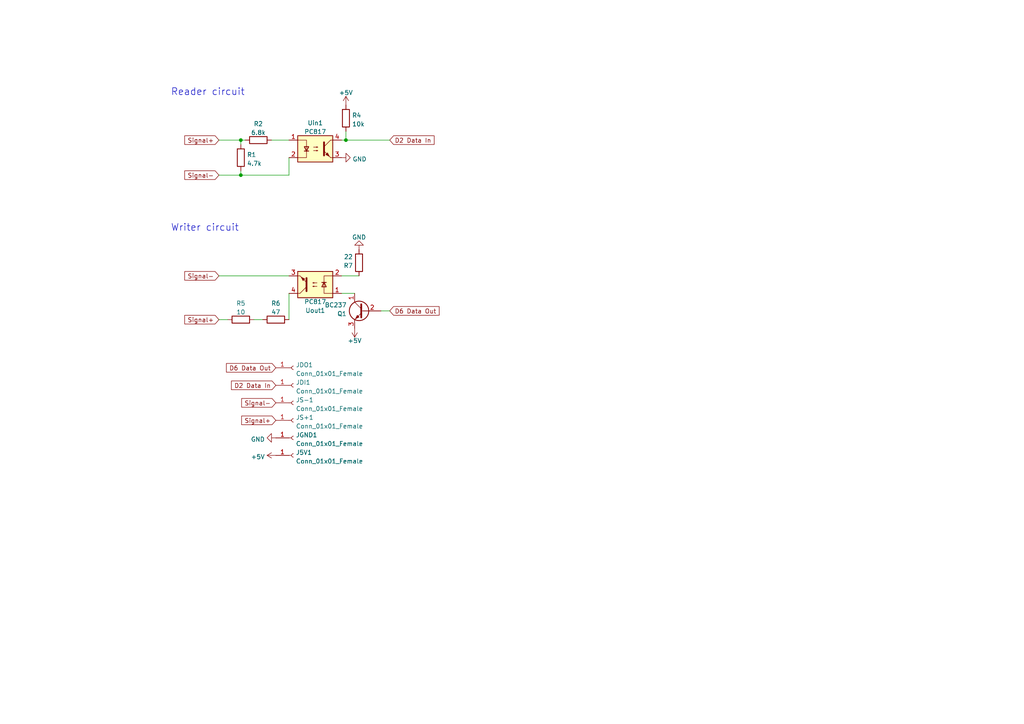
<source format=kicad_sch>
(kicad_sch (version 20230121) (generator eeschema)
  (paper "A4")
  (lib_symbols
    (symbol "Connector:Conn_01x01_Female" (pin_names (offset 1.016) hide)
      (property "Reference" "J" (at 0 2.54 0))
      (property "Value" "Conn_01x01_Female" (at 0 -2.54 0))
      (symbol "Conn_01x01_Female_1_1"
        (polyline (pts (xy -1.27 0) (xy -0.508 0)) (stroke (width 0.1524)))
        (arc (start 0 0.508) (mid -0.5058 0) (end 0 -0.508) (stroke (width 0.1524)))
        (pin passive line (at -5.08 0 0) (length 3.81) (name "Pin_1") (number "1"))
      )
    )
    (symbol "Device:R" (pin_numbers hide) (pin_names (offset 0))
      (property "Reference" "R" (at 2.032 0 90))
      (property "Value" "R" (at 0 0 90))
      (symbol "R_0_1"
        (rectangle (start -1.016 -2.54) (end 1.016 2.54) (stroke (width 0.254)))
      )
      (symbol "R_1_1"
        (pin passive line (at 0 3.81 270) (length 1.27) (name "~") (number "1"))
        (pin passive line (at 0 -3.81 90) (length 1.27) (name "~") (number "2"))
      )
    )
    (symbol "Isolator:PC817" (pin_names (offset 1.016))
      (property "Reference" "U" (at -5.08 5.08 0))
      (property "Value" "PC817" (at 0 5.08 0))
      (symbol "PC817_0_1"
        (rectangle (start -5.08 3.81) (end 5.08 -3.81) (stroke (width 0.254)) (fill (type background)))
        (polyline (pts (xy -3.175 -0.635) (xy -1.905 -0.635)) (stroke (width 0.254)))
        (polyline (pts (xy 2.54 0.635) (xy 4.445 2.54)))
        (polyline (pts (xy 4.445 -2.54) (xy 2.54 -0.635)) (fill (type outline)))
        (polyline (pts (xy 4.445 -2.54) (xy 5.08 -2.54)))
        (polyline (pts (xy 4.445 2.54) (xy 5.08 2.54)))
        (polyline (pts (xy -5.08 2.54) (xy -2.54 2.54) (xy -2.54 -0.635)))
        (polyline (pts (xy -2.54 -0.635) (xy -2.54 -2.54) (xy -5.08 -2.54)))
        (polyline (pts (xy 2.54 1.905) (xy 2.54 -1.905) (xy 2.54 -1.905)) (stroke (width 0.508)))
        (polyline (pts (xy -2.54 -0.635) (xy -3.175 0.635) (xy -1.905 0.635) (xy -2.54 -0.635)) (stroke (width 0.254)))
        (polyline (pts (xy -0.508 -0.508) (xy 0.762 -0.508) (xy 0.381 -0.635) (xy 0.381 -0.381) (xy 0.762 -0.508)))
        (polyline (pts (xy -0.508 0.508) (xy 0.762 0.508) (xy 0.381 0.381) (xy 0.381 0.635) (xy 0.762 0.508)))
        (polyline (pts (xy 3.048 -1.651) (xy 3.556 -1.143) (xy 4.064 -2.159) (xy 3.048 -1.651) (xy 3.048 -1.651)) (fill (type outline)))
      )
      (symbol "PC817_1_1"
        (pin passive line (at -7.62 2.54 0) (length 2.54) (name "~") (number "1"))
        (pin passive line (at -7.62 -2.54 0) (length 2.54) (name "~") (number "2"))
        (pin passive line (at 7.62 -2.54 180) (length 2.54) (name "~") (number "3"))
        (pin passive line (at 7.62 2.54 180) (length 2.54) (name "~") (number "4"))
      )
    )
    (symbol "Transistor_BJT:BC237" (pin_names (offset 0) hide)
      (property "Reference" "Q" (at 5.08 1.905 0))
      (property "Value" "BC237" (at 5.08 0 0))
      (symbol "BC237_0_1"
        (polyline (pts (xy 0 0) (xy 0.635 0)))
        (polyline (pts (xy 0.635 0.635) (xy 2.54 2.54)))
        (polyline (pts (xy 0.635 -0.635) (xy 2.54 -2.54) (xy 2.54 -2.54)))
        (polyline (pts (xy 0.635 1.905) (xy 0.635 -1.905) (xy 0.635 -1.905)) (stroke (width 0.508)))
        (polyline (pts (xy 1.27 -1.778) (xy 1.778 -1.27) (xy 2.286 -2.286) (xy 1.27 -1.778) (xy 1.27 -1.778)) (fill (type outline)))
        (circle (center 1.27 0) (radius 2.8194) (stroke (width 0.254)))
      )
      (symbol "BC237_1_1"
        (pin passive line (at 2.54 5.08 270) (length 2.54) (name "C") (number "1"))
        (pin input line (at -5.08 0 0) (length 5.08) (name "B") (number "2"))
        (pin passive line (at 2.54 -5.08 90) (length 2.54) (name "E") (number "3"))
      )
    )
    (symbol "power:+5V" (power) (pin_names (offset 0))
      (property "Value" "+5V" (at 0 3.556 0))
      (symbol "+5V_0_1"
        (polyline (pts (xy -0.762 1.27) (xy 0 2.54)))
        (polyline (pts (xy 0 0) (xy 0 2.54)))
        (polyline (pts (xy 0 2.54) (xy 0.762 1.27)))
      )
      (symbol "+5V_1_1"
        (pin power_in line (at 0 0 90) (length 0) hide (name "+5V") (number "1"))
      )
    )
    (symbol "power:GND" (power) (pin_names (offset 0))
      (property "Value" "GND" (at 0 -3.81 0))
      (symbol "GND_0_1"
        (polyline (pts (xy 0 0) (xy 0 -1.27) (xy 1.27 -1.27) (xy 0 -2.54) (xy -1.27 -1.27) (xy 0 -1.27)))
      )
      (symbol "GND_1_1"
        (pin power_in line (at 0 0 270) (length 0) hide (name "GND") (number "1"))
      )
    )
  )
  (junction (at 69.85 50.8))
  (junction (at 69.85 40.64))
  (junction (at 100.33 40.64))
  (wire (pts (xy 99.06 85.09) (xy 102.87 85.09)))
  (wire (pts (xy 83.82 45.72) (xy 83.82 50.8)))
  (wire (pts (xy 100.33 38.1) (xy 100.33 40.64)))
  (wire (pts (xy 83.82 92.71) (xy 83.82 85.09)))
  (wire (pts (xy 63.5 40.64) (xy 69.85 40.64)))
  (wire (pts (xy 63.5 50.8) (xy 69.85 50.8)))
  (wire (pts (xy 73.66 92.71) (xy 76.2 92.71)))
  (wire (pts (xy 71.12 40.64) (xy 69.85 40.64)))
  (wire (pts (xy 69.85 40.64) (xy 69.85 41.91)))
  (wire (pts (xy 100.33 40.64) (xy 113.03 40.64)))
  (wire (pts (xy 78.74 40.64) (xy 83.82 40.64)))
  (wire (pts (xy 99.06 40.64) (xy 100.33 40.64)))
  (wire (pts (xy 63.5 80.01) (xy 83.82 80.01)))
  (wire (pts (xy 110.49 90.17) (xy 113.03 90.17)))
  (wire (pts (xy 63.5 92.71) (xy 66.04 92.71)))
  (wire (pts (xy 69.85 50.8) (xy 69.85 49.53)))
  (wire (pts (xy 99.06 80.01) (xy 104.14 80.01)))
  (wire (pts (xy 69.85 50.8) (xy 83.82 50.8)))
  (text "Reader circuit" (at 49.53 27.94 0) (effects (font (size 2 2)) (justify left bottom)))
  (text "Writer circuit	" (at 49.53 67.31 0) (effects (font (size 2 2)) (justify left bottom)))
  (global_label "Signal+" (shape input) (at 63.5 40.64 180) (property "Intersheetrefs" "${INTERSHEET_REFS}" (effects hide)))
  (global_label "Signal-" (shape input) (at 63.5 50.8 180) (property "Intersheetrefs" "${INTERSHEET_REFS}" (effects hide)))
  (global_label "D6 Data Out" (shape input) (at 80.01 106.68 180) (property "Intersheetrefs" "${INTERSHEET_REFS}" (effects hide)))
  (global_label "D2 Data In" (shape input) (at 113.03 40.64 0) (property "Intersheetrefs" "${INTERSHEET_REFS}" (effects hide)))
  (global_label "Signal+" (shape input) (at 63.5 92.71 180) (property "Intersheetrefs" "${INTERSHEET_REFS}" (effects hide)))
  (global_label "Signal-" (shape input) (at 63.5 80.01 180) (property "Intersheetrefs" "${INTERSHEET_REFS}" (effects hide)))
  (global_label "D6 Data Out" (shape input) (at 113.03 90.17 0) (property "Intersheetrefs" "${INTERSHEET_REFS}" (effects hide)))
  (global_label "Signal-" (shape input) (at 80.01 116.84 180) (property "Intersheetrefs" "${INTERSHEET_REFS}" (effects hide)))
  (global_label "Signal+" (shape input) (at 80.01 121.92 180) (property "Intersheetrefs" "${INTERSHEET_REFS}" (effects hide)))
  (global_label "D2 Data In" (shape input) (at 80.01 111.76 180) (property "Intersheetrefs" "${INTERSHEET_REFS}" (effects hide)))
  (symbol (lib_id "Connector:Conn_01x01_Female") (at 85.09 127 0) (unit 1)
    (property "Reference" "JGND1" (at 85.8012 126.1653 0) (effects (justify left)))
    (property "Value" "Conn_01x01_Female" (at 85.8012 128.7022 0) (effects (justify left)))
    (property "Footprint" "Connector_Pin:Pin_D0.7mm_L6.5mm_W1.8mm_FlatFork" (effects hide))
  )
  (symbol (lib_id "power:GND") (at 99.06 45.72 90) (unit 1)
    (property "Reference" "#PWR0103" (effects hide))
    (property "Value" "GND" (at 102.235 46.1538 90) (effects (justify right)))
  )
  (symbol (lib_id "Connector:Conn_01x01_Female") (at 85.09 106.68 0) (unit 1)
    (property "Reference" "JDO1" (at 85.8012 105.8453 0) (effects (justify left)))
    (property "Value" "Conn_01x01_Female" (at 85.8012 108.3822 0) (effects (justify left)))
    (property "Footprint" "Connector_Pin:Pin_D0.7mm_L6.5mm_W1.8mm_FlatFork" (effects hide))
  )
  (symbol (lib_id "Device:R") (at 100.33 34.29 180) (unit 1)
    (property "Reference" "R4" (at 102.108 33.4553 0) (effects (justify right)))
    (property "Value" "10k" (at 102.108 35.9922 0) (effects (justify right)))
    (property "Footprint" "Resistor_THT:R_Axial_DIN0204_L3.6mm_D1.6mm_P7.62mm_Horizontal" (effects hide))
  )
  (symbol (lib_id "Connector:Conn_01x01_Female") (at 85.09 111.76 0) (unit 1)
    (property "Reference" "JDI1" (at 85.8012 110.9253 0) (effects (justify left)))
    (property "Value" "Conn_01x01_Female" (at 85.8012 113.4622 0) (effects (justify left)))
    (property "Footprint" "Connector_Pin:Pin_D0.7mm_L6.5mm_W1.8mm_FlatFork" (effects hide))
  )
  (symbol (lib_id "power:+5V") (at 80.01 132.08 90) (unit 1)
    (property "Reference" "#PWR0106" (effects hide))
    (property "Value" "+5V" (at 76.8351 132.5138 90) (effects (justify left)))
  )
  (symbol (lib_id "Device:R") (at 69.85 45.72 0) (unit 1)
    (property "Reference" "R1" (at 71.628 44.8853 0) (effects (justify left)))
    (property "Value" "4.7k" (at 71.628 47.4222 0) (effects (justify left)))
    (property "Footprint" "Resistor_THT:R_Axial_DIN0204_L3.6mm_D1.6mm_P7.62mm_Horizontal" (effects hide))
  )
  (symbol (lib_id "power:+5V") (at 100.33 30.48 0) (unit 1)
    (property "Reference" "#PWR0104" (effects hide))
    (property "Value" "+5V" (at 100.33 26.9042 0))
  )
  (symbol (lib_id "Device:R") (at 69.85 92.71 90) (unit 1)
    (property "Reference" "R5" (at 69.85 87.9942 90))
    (property "Value" "10" (at 69.85 90.5311 90))
    (property "Footprint" "Resistor_THT:R_Axial_DIN0204_L3.6mm_D1.6mm_P7.62mm_Horizontal" (effects hide))
  )
  (symbol (lib_id "Isolator:PC817") (at 91.44 43.18 0) (unit 1)
    (property "Reference" "Uin1" (at 91.44 35.6702 0))
    (property "Value" "PC817" (at 91.44 38.2071 0))
    (property "Footprint" "Package_DIP:DIP-4_W7.62mm" (effects hide))
    (property "Datasheet" "http://www.soselectronic.cz/a_info/resource/d/pc817.pdf" (effects hide))
  )
  (symbol (lib_id "Connector:Conn_01x01_Female") (at 85.09 132.08 0) (unit 1)
    (property "Reference" "J5V1" (at 85.8012 131.2453 0) (effects (justify left)))
    (property "Value" "Conn_01x01_Female" (at 85.8012 133.7822 0) (effects (justify left)))
    (property "Footprint" "Connector_Pin:Pin_D0.7mm_L6.5mm_W1.8mm_FlatFork" (effects hide))
  )
  (symbol (lib_id "Connector:Conn_01x01_Female") (at 85.09 116.84 0) (unit 1)
    (property "Reference" "JS-1" (at 85.8012 116.0053 0) (effects (justify left)))
    (property "Value" "Conn_01x01_Female" (at 85.8012 118.5422 0) (effects (justify left)))
    (property "Footprint" "Connector_Pin:Pin_D0.7mm_L6.5mm_W1.8mm_FlatFork" (effects hide))
  )
  (symbol (lib_id "Isolator:PC817") (at 91.44 82.55 180) (unit 1)
    (property "Reference" "Uout1" (at 91.44 90.0598 0))
    (property "Value" "PC817" (at 91.44 87.5229 0))
    (property "Footprint" "Package_DIP:DIP-4_W7.62mm" (effects hide))
    (property "Datasheet" "http://www.soselectronic.cz/a_info/resource/d/pc817.pdf" (effects hide))
  )
  (symbol (lib_id "power:GND") (at 104.14 72.39 180) (unit 1)
    (property "Reference" "#PWR0101" (effects hide))
    (property "Value" "GND" (at 104.14 68.8142 0))
  )
  (symbol (lib_id "Device:R") (at 80.01 92.71 90) (unit 1)
    (property "Reference" "R6" (at 80.01 87.9942 90))
    (property "Value" "47" (at 80.01 90.5311 90))
    (property "Footprint" "Resistor_THT:R_Axial_DIN0204_L3.6mm_D1.6mm_P7.62mm_Horizontal" (effects hide))
  )
  (symbol (lib_id "power:+5V") (at 102.87 95.25 180) (unit 1)
    (property "Reference" "#PWR0102" (effects hide))
    (property "Value" "+5V" (at 102.87 98.8258 0))
  )
  (symbol (lib_id "Connector:Conn_01x01_Female") (at 85.09 121.92 0) (unit 1)
    (property "Reference" "JS+1" (at 85.8012 121.0853 0) (effects (justify left)))
    (property "Value" "Conn_01x01_Female" (at 85.8012 123.6222 0) (effects (justify left)))
    (property "Footprint" "Connector_Pin:Pin_D0.7mm_L6.5mm_W1.8mm_FlatFork" (effects hide))
  )
  (symbol (lib_id "Device:R") (at 104.14 76.2 180) (unit 1)
    (property "Reference" "R7" (at 102.362 77.0347 0) (effects (justify left)))
    (property "Value" "22" (at 102.362 74.4978 0) (effects (justify left)))
    (property "Footprint" "Resistor_THT:R_Axial_DIN0204_L3.6mm_D1.6mm_P7.62mm_Horizontal" (effects hide))
  )
  (symbol (lib_id "Device:R") (at 74.93 40.64 90) (unit 1)
    (property "Reference" "R2" (at 74.93 35.9242 90))
    (property "Value" "6.8k" (at 74.93 38.4611 90))
    (property "Footprint" "Resistor_THT:R_Axial_DIN0204_L3.6mm_D1.6mm_P7.62mm_Horizontal" (effects hide))
  )
  (symbol (lib_id "power:GND") (at 80.01 127 270) (unit 1)
    (property "Reference" "#PWR0105" (effects hide))
    (property "Value" "GND" (at 76.8351 127.4338 90) (effects (justify right)))
  )
  (symbol (lib_id "Transistor_BJT:BC237") (at 105.41 90.17 0) (mirror y) (unit 1)
    (property "Reference" "Q1" (at 100.5586 91.0047 0) (effects (justify left)))
    (property "Value" "BC237" (at 100.5586 88.4678 0) (effects (justify left)))
    (property "Footprint" "Package_TO_SOT_THT:TO-92_Inline" (effects hide))
    (property "Datasheet" "http://www.onsemi.com/pub_link/Collateral/BC237-D.PDF" (effects hide))
  )
)
</source>
